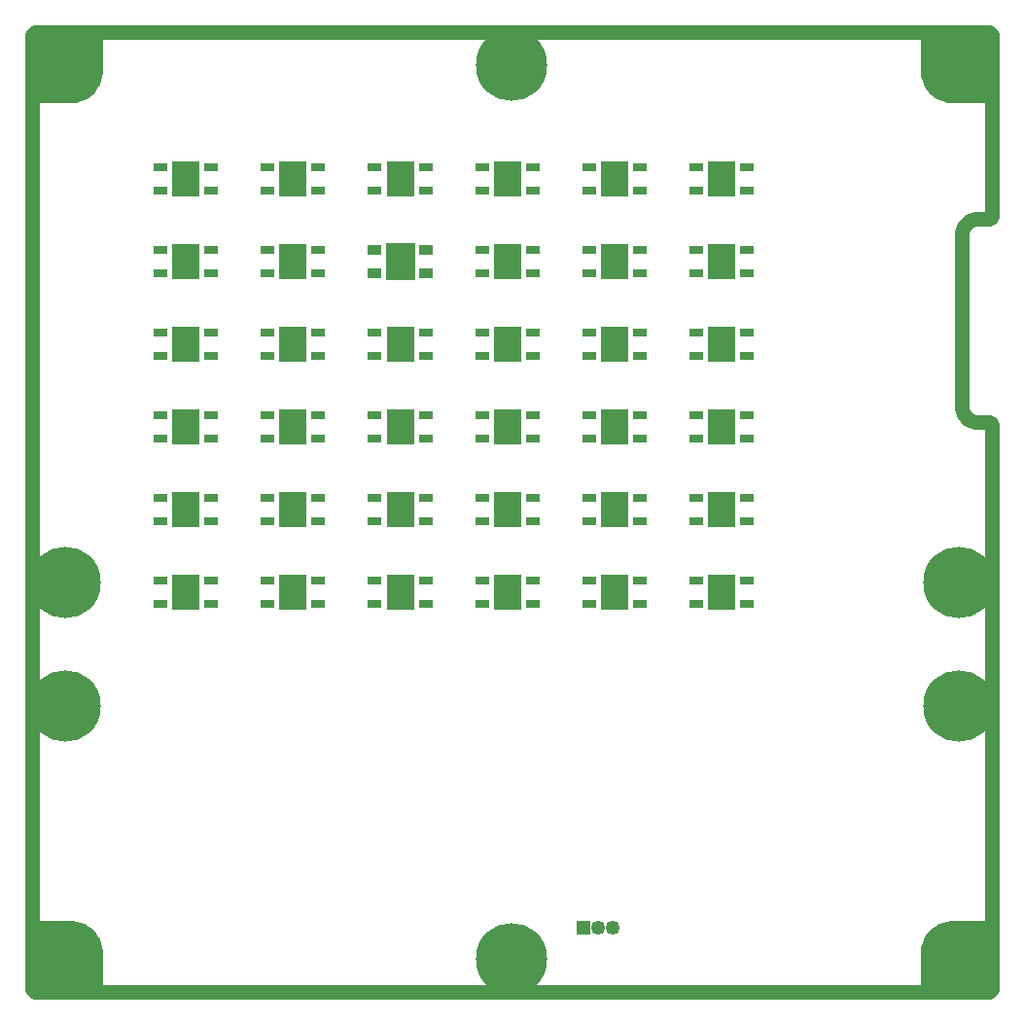
<source format=gbr>
G04*
G04 #@! TF.GenerationSoftware,Altium Limited,Altium Designer,24.1.2 (44)*
G04*
G04 Layer_Color=16711935*
%FSLAX44Y44*%
%MOMM*%
G71*
G04*
G04 #@! TF.SameCoordinates,3BC2EB0B-6767-42E0-924D-B7E7D9DA3A94*
G04*
G04*
G04 #@! TF.FilePolarity,Negative*
G04*
G01*
G75*
%ADD40C,1.2700*%
%ADD58C,1.0032*%
%ADD59C,6.2032*%
%ADD60R,1.2532X1.2532*%
%ADD61C,1.2532*%
%ADD62C,0.6032*%
%ADD74R,1.1938X0.7620*%
%ADD75R,2.4892X3.0988*%
%ADD76R,1.2938X0.8620*%
%ADD77R,2.5892X3.1988*%
G36*
X40707Y69000D02*
X42562Y69000D01*
X46239Y68516D01*
X49821Y67556D01*
X53248Y66137D01*
X56460Y64282D01*
X59402Y62024D01*
X62024Y59402D01*
X64282Y56460D01*
X66137Y53248D01*
X67556Y49821D01*
X68516Y46239D01*
X69000Y42562D01*
X69000Y40707D01*
X69000D01*
X69000Y40707D01*
Y6474D01*
X6474D01*
Y69000D01*
X40707Y69000D01*
D02*
G37*
G36*
X69000Y809293D02*
X69000D01*
X69000Y807438D01*
X68516Y803761D01*
X67556Y800179D01*
X66137Y796752D01*
X64282Y793540D01*
X62024Y790598D01*
X59402Y787975D01*
X56460Y785718D01*
X53248Y783863D01*
X49821Y782444D01*
X46239Y781484D01*
X42562Y781000D01*
X40707Y781000D01*
X6474Y781000D01*
Y843526D01*
X69000D01*
Y809293D01*
D02*
G37*
G36*
X843526Y6474D02*
X781000D01*
Y40707D01*
X781000Y40707D01*
X781000Y40707D01*
X781000Y42562D01*
X781484Y46239D01*
X782444Y49821D01*
X783863Y53248D01*
X785718Y56460D01*
X787975Y59402D01*
X790598Y62024D01*
X793540Y64282D01*
X796752Y66137D01*
X800179Y67556D01*
X803761Y68516D01*
X807438Y69000D01*
X809293Y69000D01*
X843526Y69000D01*
Y6474D01*
D02*
G37*
G36*
X843526Y781000D02*
X809293D01*
Y781000D01*
X807438Y781000D01*
X803761Y781484D01*
X800179Y782444D01*
X796752Y783863D01*
X793540Y785718D01*
X790598Y787975D01*
X787975Y790598D01*
X785718Y793540D01*
X783863Y796752D01*
X782444Y800179D01*
X781484Y803761D01*
X781000Y807438D01*
X781000Y809293D01*
X781000Y843526D01*
X843526D01*
Y781000D01*
D02*
G37*
D40*
X6850Y12000D02*
X7540Y9425D01*
X9425Y7540D01*
X12000Y6850D01*
X843150Y838000D02*
X842460Y840575D01*
X840575Y842460D01*
X838000Y843150D01*
X12000Y843150D02*
X9425Y842460D01*
X7540Y840575D01*
X6850Y838000D01*
X840000Y679908D02*
X842227Y680830D01*
X843150Y683057D01*
X838000Y6850D02*
X840575Y7540D01*
X842460Y9425D01*
X843150Y12000D01*
X817010Y515497D02*
X817307Y512860D01*
X818184Y510356D01*
X819595Y508109D01*
X821472Y506232D01*
X823719Y504821D01*
X826223Y503944D01*
X828860Y503647D01*
X843150Y500497D02*
X842227Y502724D01*
X840000Y503647D01*
X828860Y679908D02*
X826223Y679610D01*
X823719Y678734D01*
X821472Y677322D01*
X819595Y675446D01*
X818184Y673199D01*
X817307Y670694D01*
X817010Y668057D01*
X828860Y679908D02*
X840000D01*
X12000Y843150D02*
X837941D01*
X828860Y503647D02*
X840000D01*
X12059Y6850D02*
X838000D01*
X817010Y515497D02*
Y668057D01*
X843150Y683099D02*
Y838000D01*
X843150Y12042D02*
Y500497D01*
X6850Y12000D02*
Y837941D01*
D58*
X446120Y27252D02*
D03*
X416252Y14880D02*
D03*
X403880Y44748D02*
D03*
X433748Y57120D02*
D03*
X446120Y44748D02*
D03*
X433748Y14880D02*
D03*
X403880Y27252D02*
D03*
X416252Y57120D02*
D03*
X446120Y805252D02*
D03*
X416252Y792880D02*
D03*
X403880Y822748D02*
D03*
X433748Y835120D02*
D03*
X446120Y822748D02*
D03*
X433748Y792880D02*
D03*
X403880Y805252D02*
D03*
X416252Y835120D02*
D03*
X27252D02*
D03*
X14880Y805252D02*
D03*
X44748Y792880D02*
D03*
X57120Y822748D02*
D03*
X44748Y835120D02*
D03*
X14880Y822748D02*
D03*
X27252Y792880D02*
D03*
X57120Y805252D02*
D03*
X27252Y277120D02*
D03*
X14880Y247252D02*
D03*
X44748Y234880D02*
D03*
X57120Y264748D02*
D03*
X44748Y277120D02*
D03*
X14880Y264748D02*
D03*
X27252Y234880D02*
D03*
X57120Y247252D02*
D03*
X27252Y385120D02*
D03*
X14880Y355252D02*
D03*
X44748Y342880D02*
D03*
X57120Y372748D02*
D03*
X44748Y385120D02*
D03*
X14880Y372748D02*
D03*
X27252Y342880D02*
D03*
X57120Y355252D02*
D03*
X805729Y277120D02*
D03*
X793357Y247252D02*
D03*
X823225Y234880D02*
D03*
X835597Y264748D02*
D03*
X823225Y277120D02*
D03*
X793357Y264748D02*
D03*
X805729Y234880D02*
D03*
X835597Y247252D02*
D03*
X805252Y385120D02*
D03*
X792880Y355252D02*
D03*
X822748Y342880D02*
D03*
X835120Y372748D02*
D03*
X822748Y385120D02*
D03*
X792880Y372748D02*
D03*
X805252Y342880D02*
D03*
X835120Y355252D02*
D03*
X805252Y57120D02*
D03*
X792880Y27252D02*
D03*
X822748Y14880D02*
D03*
X835120Y44748D02*
D03*
X822748Y57120D02*
D03*
X792880Y44748D02*
D03*
X805252Y14880D02*
D03*
X835120Y27252D02*
D03*
X805252Y835120D02*
D03*
X792880Y805252D02*
D03*
X822748Y792880D02*
D03*
X835120Y822748D02*
D03*
X822748Y835120D02*
D03*
X792880Y822748D02*
D03*
X805252Y792880D02*
D03*
X835120Y805252D02*
D03*
X27252Y57120D02*
D03*
X14880Y27252D02*
D03*
X44748Y14880D02*
D03*
X57120Y44748D02*
D03*
X44748Y57120D02*
D03*
X14880Y44748D02*
D03*
X27252Y14880D02*
D03*
X57120Y27252D02*
D03*
D59*
X425000Y36000D02*
D03*
Y814000D02*
D03*
X36000D02*
D03*
Y256000D02*
D03*
Y364000D02*
D03*
X814477Y256000D02*
D03*
X814000Y364000D02*
D03*
Y36000D02*
D03*
Y814000D02*
D03*
X36000Y36000D02*
D03*
D60*
X487680Y62820D02*
D03*
D61*
X500380D02*
D03*
X513080D02*
D03*
D62*
X328018Y843526D02*
D03*
X338018D02*
D03*
X348018D02*
D03*
X358018D02*
D03*
X368018D02*
D03*
X378018D02*
D03*
X388018D02*
D03*
X398018D02*
D03*
X408018D02*
D03*
X418018D02*
D03*
X428018D02*
D03*
X438018D02*
D03*
X448018D02*
D03*
X458018D02*
D03*
X468018D02*
D03*
X478018D02*
D03*
X488018D02*
D03*
X498017D02*
D03*
X508017D02*
D03*
X518017D02*
D03*
X528017D02*
D03*
X538017D02*
D03*
X548017D02*
D03*
X558017D02*
D03*
X568017D02*
D03*
X578017D02*
D03*
X588017D02*
D03*
X598017D02*
D03*
X608017D02*
D03*
X618017D02*
D03*
X628017D02*
D03*
X638017D02*
D03*
X648017D02*
D03*
X658017D02*
D03*
X668017D02*
D03*
X678017D02*
D03*
X688017D02*
D03*
X698017D02*
D03*
X708017D02*
D03*
X718017D02*
D03*
X728017D02*
D03*
X738017D02*
D03*
X748017D02*
D03*
X758017D02*
D03*
X768017D02*
D03*
X778017D02*
D03*
X788017D02*
D03*
X798017D02*
D03*
X808017D02*
D03*
X818017D02*
D03*
X828017D02*
D03*
X838017Y843529D02*
D03*
X6474Y522094D02*
D03*
Y532094D02*
D03*
Y542094D02*
D03*
Y552094D02*
D03*
Y562094D02*
D03*
Y572094D02*
D03*
Y582094D02*
D03*
Y592094D02*
D03*
Y602094D02*
D03*
Y612094D02*
D03*
Y622094D02*
D03*
Y632094D02*
D03*
Y642093D02*
D03*
Y652093D02*
D03*
Y662093D02*
D03*
Y672093D02*
D03*
Y682093D02*
D03*
Y692093D02*
D03*
Y702093D02*
D03*
Y712093D02*
D03*
Y722093D02*
D03*
Y732093D02*
D03*
Y742093D02*
D03*
Y752093D02*
D03*
Y762093D02*
D03*
Y772093D02*
D03*
Y782093D02*
D03*
Y792093D02*
D03*
Y802093D02*
D03*
Y812093D02*
D03*
Y822093D02*
D03*
Y832093D02*
D03*
X8143Y841953D02*
D03*
X18018Y843526D02*
D03*
X28018D02*
D03*
X38018D02*
D03*
X48018D02*
D03*
X58018D02*
D03*
X68018D02*
D03*
X78018D02*
D03*
X88018D02*
D03*
X98018D02*
D03*
X108018D02*
D03*
X118018D02*
D03*
X128018D02*
D03*
X138018D02*
D03*
X148018D02*
D03*
X158018D02*
D03*
X168018D02*
D03*
X178018D02*
D03*
X188018D02*
D03*
X198018D02*
D03*
X208018D02*
D03*
X218018D02*
D03*
X228018D02*
D03*
X238018D02*
D03*
X248018D02*
D03*
X258018D02*
D03*
X268018D02*
D03*
X278018D02*
D03*
X288018D02*
D03*
X298018D02*
D03*
X308018D02*
D03*
X318018D02*
D03*
X134745Y6474D02*
D03*
X124745D02*
D03*
X114745D02*
D03*
X104745D02*
D03*
X94745D02*
D03*
X84745D02*
D03*
X74745D02*
D03*
X64745D02*
D03*
X54745D02*
D03*
X44745D02*
D03*
X34745D02*
D03*
X24745D02*
D03*
X14745D02*
D03*
X6474Y12095D02*
D03*
Y22095D02*
D03*
Y32095D02*
D03*
Y42095D02*
D03*
Y52095D02*
D03*
Y62095D02*
D03*
Y72095D02*
D03*
Y82095D02*
D03*
Y92094D02*
D03*
Y102094D02*
D03*
Y112094D02*
D03*
Y122094D02*
D03*
Y132094D02*
D03*
Y142094D02*
D03*
Y152094D02*
D03*
Y162094D02*
D03*
Y172094D02*
D03*
Y182094D02*
D03*
Y192094D02*
D03*
Y202094D02*
D03*
Y212094D02*
D03*
Y222094D02*
D03*
Y232094D02*
D03*
Y242094D02*
D03*
Y252094D02*
D03*
Y262094D02*
D03*
Y272094D02*
D03*
Y282094D02*
D03*
Y292094D02*
D03*
Y302094D02*
D03*
Y312094D02*
D03*
Y322094D02*
D03*
Y332094D02*
D03*
Y342094D02*
D03*
Y352094D02*
D03*
Y362094D02*
D03*
Y372094D02*
D03*
Y382094D02*
D03*
Y392094D02*
D03*
Y402094D02*
D03*
Y412094D02*
D03*
Y422094D02*
D03*
Y432094D02*
D03*
Y442094D02*
D03*
Y452094D02*
D03*
Y462094D02*
D03*
Y472094D02*
D03*
Y482094D02*
D03*
Y492094D02*
D03*
Y502094D02*
D03*
Y512094D02*
D03*
X774744Y6474D02*
D03*
X764744D02*
D03*
X754744D02*
D03*
X744744D02*
D03*
X734744D02*
D03*
X724744D02*
D03*
X714744D02*
D03*
X704744D02*
D03*
X694744D02*
D03*
X684744D02*
D03*
X674744D02*
D03*
X664744D02*
D03*
X654744D02*
D03*
X644744D02*
D03*
X634744D02*
D03*
X624744D02*
D03*
X614744D02*
D03*
X604744D02*
D03*
X594744D02*
D03*
X584744D02*
D03*
X574744D02*
D03*
X564744D02*
D03*
X554744D02*
D03*
X544744D02*
D03*
X534744D02*
D03*
X524744D02*
D03*
X514744D02*
D03*
X504744D02*
D03*
X494744D02*
D03*
X484744D02*
D03*
X474744D02*
D03*
X464744D02*
D03*
X454744D02*
D03*
X444744D02*
D03*
X434744D02*
D03*
X424744D02*
D03*
X414744D02*
D03*
X404745D02*
D03*
X394745D02*
D03*
X384745D02*
D03*
X374745D02*
D03*
X364745D02*
D03*
X354745D02*
D03*
X344745D02*
D03*
X334745D02*
D03*
X324745D02*
D03*
X314745D02*
D03*
X304745D02*
D03*
X294745D02*
D03*
X284745D02*
D03*
X274745D02*
D03*
X264745D02*
D03*
X254745D02*
D03*
X244745D02*
D03*
X234745D02*
D03*
X224745D02*
D03*
X214745D02*
D03*
X204745D02*
D03*
X194745D02*
D03*
X184745D02*
D03*
X174745D02*
D03*
X164745D02*
D03*
X154745D02*
D03*
X144745D02*
D03*
X817386Y583163D02*
D03*
Y573163D02*
D03*
Y563163D02*
D03*
Y553163D02*
D03*
Y543163D02*
D03*
Y533163D02*
D03*
Y523163D02*
D03*
X817680Y513168D02*
D03*
X823805Y505263D02*
D03*
X833728Y504023D02*
D03*
X843375Y501389D02*
D03*
X843526Y491390D02*
D03*
Y481390D02*
D03*
Y471390D02*
D03*
Y461390D02*
D03*
Y451390D02*
D03*
Y441390D02*
D03*
Y431390D02*
D03*
Y421390D02*
D03*
Y411390D02*
D03*
Y401390D02*
D03*
Y391390D02*
D03*
Y381390D02*
D03*
Y371390D02*
D03*
Y361390D02*
D03*
Y351390D02*
D03*
Y341390D02*
D03*
Y331390D02*
D03*
Y321390D02*
D03*
Y311391D02*
D03*
Y301391D02*
D03*
Y291391D02*
D03*
Y281391D02*
D03*
Y271391D02*
D03*
Y241391D02*
D03*
Y231391D02*
D03*
Y221391D02*
D03*
Y211391D02*
D03*
Y201391D02*
D03*
Y191391D02*
D03*
Y181391D02*
D03*
Y171391D02*
D03*
Y161391D02*
D03*
Y151391D02*
D03*
Y141391D02*
D03*
Y131391D02*
D03*
Y121391D02*
D03*
Y111391D02*
D03*
Y101391D02*
D03*
Y91391D02*
D03*
Y81391D02*
D03*
Y71391D02*
D03*
Y61391D02*
D03*
Y51391D02*
D03*
Y41391D02*
D03*
Y31391D02*
D03*
Y21391D02*
D03*
X843451Y11391D02*
D03*
X834744Y6474D02*
D03*
X824744D02*
D03*
X814744D02*
D03*
X804744D02*
D03*
X794744D02*
D03*
X784744D02*
D03*
X843526Y261391D02*
D03*
Y251391D02*
D03*
X843526Y836646D02*
D03*
Y826646D02*
D03*
Y816646D02*
D03*
Y806646D02*
D03*
Y796646D02*
D03*
Y786646D02*
D03*
Y776646D02*
D03*
Y766646D02*
D03*
Y756646D02*
D03*
Y746646D02*
D03*
Y736646D02*
D03*
Y726646D02*
D03*
Y716646D02*
D03*
Y706646D02*
D03*
Y696646D02*
D03*
Y686646D02*
D03*
X836499Y679532D02*
D03*
X826504Y679234D02*
D03*
X818616Y673087D02*
D03*
X817386Y663163D02*
D03*
Y653163D02*
D03*
Y643163D02*
D03*
Y633163D02*
D03*
Y623163D02*
D03*
Y613163D02*
D03*
Y603163D02*
D03*
Y593163D02*
D03*
D74*
X163098Y705000D02*
D03*
X118902Y725000D02*
D03*
Y705000D02*
D03*
X163098Y725000D02*
D03*
Y653000D02*
D03*
X118902Y633000D02*
D03*
Y653000D02*
D03*
X163098Y633000D02*
D03*
X256438Y653000D02*
D03*
X212242Y633000D02*
D03*
Y653000D02*
D03*
X256438Y633000D02*
D03*
Y725000D02*
D03*
X212242Y705000D02*
D03*
Y725000D02*
D03*
X256438Y705000D02*
D03*
X349778D02*
D03*
X305582Y725000D02*
D03*
Y705000D02*
D03*
X349778Y725000D02*
D03*
X536458Y653000D02*
D03*
X492262Y633000D02*
D03*
Y653000D02*
D03*
X536458Y633000D02*
D03*
X443118D02*
D03*
X398922Y653000D02*
D03*
Y633000D02*
D03*
X443118Y653000D02*
D03*
Y725000D02*
D03*
X398922Y705000D02*
D03*
Y725000D02*
D03*
X443118Y705000D02*
D03*
X536458D02*
D03*
X492262Y725000D02*
D03*
Y705000D02*
D03*
X536458Y725000D02*
D03*
X629798Y705000D02*
D03*
X585602Y725000D02*
D03*
Y705000D02*
D03*
X629798Y725000D02*
D03*
Y653000D02*
D03*
X585602Y633000D02*
D03*
Y653000D02*
D03*
X629798Y633000D02*
D03*
Y581000D02*
D03*
X585602Y561000D02*
D03*
Y581000D02*
D03*
X629798Y561000D02*
D03*
X536458D02*
D03*
X492262Y581000D02*
D03*
Y561000D02*
D03*
X536458Y581000D02*
D03*
X443118D02*
D03*
X398922Y561000D02*
D03*
Y581000D02*
D03*
X443118Y561000D02*
D03*
X349778Y581000D02*
D03*
X305582Y561000D02*
D03*
Y581000D02*
D03*
X349778Y561000D02*
D03*
X256438Y581000D02*
D03*
X212242Y561000D02*
D03*
Y581000D02*
D03*
X256438Y561000D02*
D03*
X163098D02*
D03*
X118902Y581000D02*
D03*
Y561000D02*
D03*
X163098Y581000D02*
D03*
Y345000D02*
D03*
X118902Y365000D02*
D03*
Y345000D02*
D03*
X163098Y365000D02*
D03*
Y509000D02*
D03*
X118902Y489000D02*
D03*
Y509000D02*
D03*
X163098Y489000D02*
D03*
X256438Y509000D02*
D03*
X212242Y489000D02*
D03*
Y509000D02*
D03*
X256438Y489000D02*
D03*
X349778Y509000D02*
D03*
X305582Y489000D02*
D03*
Y509000D02*
D03*
X349778Y489000D02*
D03*
X256438Y365000D02*
D03*
X212242Y345000D02*
D03*
Y365000D02*
D03*
X256438Y345000D02*
D03*
X349778D02*
D03*
X305582Y365000D02*
D03*
Y345000D02*
D03*
X349778Y365000D02*
D03*
X443118Y345000D02*
D03*
X398922Y365000D02*
D03*
Y345000D02*
D03*
X443118Y365000D02*
D03*
X536458Y345000D02*
D03*
X492262Y365000D02*
D03*
Y345000D02*
D03*
X536458Y365000D02*
D03*
X629798D02*
D03*
X585602Y345000D02*
D03*
Y365000D02*
D03*
X629798Y345000D02*
D03*
X443118Y509000D02*
D03*
X398922Y489000D02*
D03*
Y509000D02*
D03*
X443118Y489000D02*
D03*
X536458Y509000D02*
D03*
X492262Y489000D02*
D03*
Y509000D02*
D03*
X536458Y489000D02*
D03*
X629798D02*
D03*
X585602Y509000D02*
D03*
Y489000D02*
D03*
X629798Y509000D02*
D03*
X163098Y437000D02*
D03*
X118902Y417000D02*
D03*
Y437000D02*
D03*
X163098Y417000D02*
D03*
X443118Y437000D02*
D03*
X398922Y417000D02*
D03*
Y437000D02*
D03*
X443118Y417000D02*
D03*
X536458Y437000D02*
D03*
X492262Y417000D02*
D03*
Y437000D02*
D03*
X536458Y417000D02*
D03*
X256438Y437000D02*
D03*
X212242Y417000D02*
D03*
Y437000D02*
D03*
X256438Y417000D02*
D03*
X349778Y437000D02*
D03*
X305582Y417000D02*
D03*
Y437000D02*
D03*
X349778Y417000D02*
D03*
X629798Y437000D02*
D03*
X585602Y417000D02*
D03*
Y437000D02*
D03*
X629798Y417000D02*
D03*
D75*
X141000Y715000D02*
D03*
Y643000D02*
D03*
X234340D02*
D03*
Y715000D02*
D03*
X327680D02*
D03*
X514360Y643000D02*
D03*
X421020D02*
D03*
Y715000D02*
D03*
X514360D02*
D03*
X607700D02*
D03*
Y643000D02*
D03*
Y571000D02*
D03*
X514360D02*
D03*
X421020D02*
D03*
X327680D02*
D03*
X234340D02*
D03*
X141000D02*
D03*
Y355000D02*
D03*
Y499000D02*
D03*
X234340D02*
D03*
X327680D02*
D03*
X234340Y355000D02*
D03*
X327680D02*
D03*
X421020D02*
D03*
X514360D02*
D03*
X607700D02*
D03*
X421020Y499000D02*
D03*
X514360D02*
D03*
X607700D02*
D03*
X141000Y427000D02*
D03*
X421020D02*
D03*
X514360D02*
D03*
X234340D02*
D03*
X327680D02*
D03*
X607700D02*
D03*
D76*
X349778Y653000D02*
D03*
X305582Y633000D02*
D03*
Y653000D02*
D03*
X349778Y633000D02*
D03*
D77*
X327680Y643000D02*
D03*
M02*

</source>
